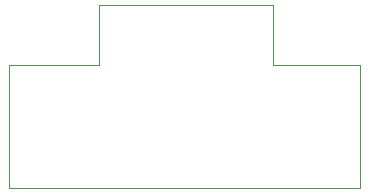
<source format=gbr>
%TF.GenerationSoftware,KiCad,Pcbnew,(5.1.10)-1*%
%TF.CreationDate,2022-03-20T15:01:24-05:00*%
%TF.ProjectId,NO_Breakout_Board,4e4f5f42-7265-4616-9b6f-75745f426f61,rev?*%
%TF.SameCoordinates,Original*%
%TF.FileFunction,Profile,NP*%
%FSLAX46Y46*%
G04 Gerber Fmt 4.6, Leading zero omitted, Abs format (unit mm)*
G04 Created by KiCad (PCBNEW (5.1.10)-1) date 2022-03-20 15:01:24*
%MOMM*%
%LPD*%
G01*
G04 APERTURE LIST*
%TA.AperFunction,Profile*%
%ADD10C,0.050000*%
%TD*%
G04 APERTURE END LIST*
D10*
X122936000Y-85852000D02*
X124714000Y-85852000D01*
X122936000Y-96266000D02*
X122936000Y-85852000D01*
X124714000Y-96266000D02*
X122936000Y-96266000D01*
X124714000Y-85852000D02*
X130556000Y-85852000D01*
X152654000Y-96266000D02*
X124714000Y-96266000D01*
X152654000Y-85852000D02*
X152654000Y-96266000D01*
X145288000Y-85852000D02*
X152654000Y-85852000D01*
X130556000Y-80772000D02*
X130556000Y-85852000D01*
X145288000Y-80772000D02*
X145288000Y-85852000D01*
X130556000Y-80772000D02*
X145288000Y-80772000D01*
M02*

</source>
